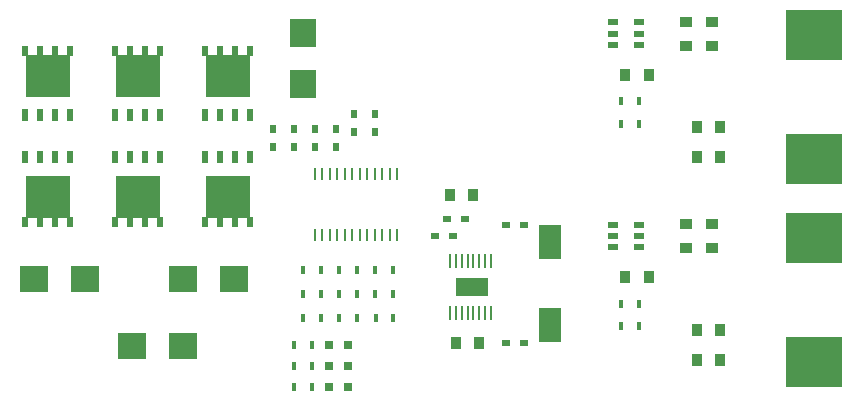
<source format=gbr>
G04 #@! TF.FileFunction,Paste,Top*
%FSLAX46Y46*%
G04 Gerber Fmt 4.6, Leading zero omitted, Abs format (unit mm)*
G04 Created by KiCad (PCBNEW 4.0.7) date Tuesday, March 06, 2018 'PMt' 12:34:16 PM*
%MOMM*%
%LPD*%
G01*
G04 APERTURE LIST*
%ADD10C,0.100000*%
%ADD11R,0.610000X0.660000*%
%ADD12R,0.860000X1.110000*%
%ADD13R,1.110000X0.860000*%
%ADD14R,2.360000X2.160000*%
%ADD15R,2.160000X2.360000*%
%ADD16R,0.660000X0.660000*%
%ADD17R,4.860000X4.360000*%
%ADD18R,0.470000X1.130000*%
%ADD19R,0.470000X0.880000*%
%ADD20R,3.770000X3.670000*%
%ADD21R,0.360000X0.760000*%
%ADD22R,0.260000X1.060000*%
%ADD23R,0.920000X0.510000*%
%ADD24R,0.660000X0.610000*%
%ADD25R,1.860000X2.860000*%
%ADD26R,0.160000X1.260000*%
%ADD27R,2.710000X1.510000*%
G04 APERTURE END LIST*
D10*
D11*
X85344000Y-105422000D03*
X85344000Y-106922000D03*
X86868000Y-104152000D03*
X86868000Y-105652000D03*
X88646000Y-104152000D03*
X88646000Y-105652000D03*
X80010000Y-106922000D03*
X80010000Y-105422000D03*
X81788000Y-106922000D03*
X81788000Y-105422000D03*
X83566000Y-106922000D03*
X83566000Y-105422000D03*
D12*
X109871000Y-100838000D03*
X111871000Y-100838000D03*
D13*
X117221000Y-96345500D03*
X117221000Y-98345500D03*
X114998500Y-96345500D03*
X114998500Y-98345500D03*
D12*
X117903500Y-107823000D03*
X115903500Y-107823000D03*
X117903500Y-105283000D03*
X115903500Y-105283000D03*
X109871000Y-117983000D03*
X111871000Y-117983000D03*
D13*
X117221000Y-113490500D03*
X117221000Y-115490500D03*
X114998500Y-113490500D03*
X114998500Y-115490500D03*
D12*
X117903500Y-122428000D03*
X115903500Y-122428000D03*
X117903500Y-124968000D03*
X115903500Y-124968000D03*
X97500000Y-123500000D03*
X95500000Y-123500000D03*
D14*
X72390000Y-118110000D03*
X76690000Y-118110000D03*
D15*
X82550000Y-97300000D03*
X82550000Y-101600000D03*
D14*
X72390000Y-123825000D03*
X68090000Y-123825000D03*
X64135000Y-118110000D03*
X59835000Y-118110000D03*
D16*
X86398000Y-125476000D03*
X84798000Y-125476000D03*
X86398000Y-123698000D03*
X84798000Y-123698000D03*
D17*
X125793500Y-97493000D03*
X125793500Y-107993000D03*
X125793500Y-114638000D03*
X125793500Y-125138000D03*
D18*
X78105000Y-107820000D03*
X76835000Y-107820000D03*
X75565000Y-107820000D03*
X74295000Y-107820000D03*
D19*
X74295000Y-113285000D03*
X75565000Y-113285000D03*
X76835000Y-113285000D03*
X78105000Y-113285000D03*
D20*
X76200000Y-111180000D03*
D18*
X74295000Y-104270000D03*
X75565000Y-104270000D03*
X76835000Y-104270000D03*
X78105000Y-104270000D03*
D19*
X78105000Y-98805000D03*
X76835000Y-98805000D03*
X75565000Y-98805000D03*
X74295000Y-98805000D03*
D20*
X76200000Y-100910000D03*
D18*
X70485000Y-107820000D03*
X69215000Y-107820000D03*
X67945000Y-107820000D03*
X66675000Y-107820000D03*
D19*
X66675000Y-113285000D03*
X67945000Y-113285000D03*
X69215000Y-113285000D03*
X70485000Y-113285000D03*
D20*
X68580000Y-111180000D03*
D18*
X66675000Y-104270000D03*
X67945000Y-104270000D03*
X69215000Y-104270000D03*
X70485000Y-104270000D03*
D19*
X70485000Y-98805000D03*
X69215000Y-98805000D03*
X67945000Y-98805000D03*
X66675000Y-98805000D03*
D20*
X68580000Y-100910000D03*
D18*
X62865000Y-107820000D03*
X61595000Y-107820000D03*
X60325000Y-107820000D03*
X59055000Y-107820000D03*
D19*
X59055000Y-113285000D03*
X60325000Y-113285000D03*
X61595000Y-113285000D03*
X62865000Y-113285000D03*
D20*
X60960000Y-111180000D03*
D18*
X59055000Y-104270000D03*
X60325000Y-104270000D03*
X61595000Y-104270000D03*
X62865000Y-104270000D03*
D19*
X62865000Y-98805000D03*
X61595000Y-98805000D03*
X60325000Y-98805000D03*
X59055000Y-98805000D03*
D20*
X60960000Y-100910000D03*
D21*
X84062000Y-117348000D03*
X82562000Y-117348000D03*
X85610000Y-117348000D03*
X87110000Y-117348000D03*
X90180000Y-117348000D03*
X88680000Y-117348000D03*
X84062000Y-119380000D03*
X82562000Y-119380000D03*
X85610000Y-119380000D03*
X87110000Y-119380000D03*
X90158000Y-119380000D03*
X88658000Y-119380000D03*
X84062000Y-121412000D03*
X82562000Y-121412000D03*
X85610000Y-121412000D03*
X87110000Y-121412000D03*
X90210000Y-121412000D03*
X88710000Y-121412000D03*
X110986000Y-104965500D03*
X109486000Y-104965500D03*
X109486000Y-103060500D03*
X110986000Y-103060500D03*
X110986000Y-122110500D03*
X109486000Y-122110500D03*
X109486000Y-120205500D03*
X110986000Y-120205500D03*
X83300000Y-127254000D03*
X81800000Y-127254000D03*
X83300000Y-125476000D03*
X81800000Y-125476000D03*
X83300000Y-123698000D03*
X81800000Y-123698000D03*
D22*
X83566000Y-114420000D03*
X84201000Y-114420000D03*
X84836000Y-114420000D03*
X85471000Y-114420000D03*
X86106000Y-114420000D03*
X86741000Y-114420000D03*
X87376000Y-114420000D03*
X88011000Y-114420000D03*
X88646000Y-114420000D03*
X89281000Y-114420000D03*
X89916000Y-114420000D03*
X90551000Y-114420000D03*
X90551000Y-109220000D03*
X89916000Y-109220000D03*
X89281000Y-109220000D03*
X88646000Y-109220000D03*
X88011000Y-109220000D03*
X87376000Y-109220000D03*
X86741000Y-109220000D03*
X86106000Y-109220000D03*
X85471000Y-109220000D03*
X84836000Y-109220000D03*
X84201000Y-109220000D03*
X83566000Y-109220000D03*
D23*
X111018500Y-98295500D03*
X111018500Y-97345500D03*
X111018500Y-96395500D03*
X108818500Y-96395500D03*
X108818500Y-98295500D03*
X108818500Y-97345500D03*
X111018500Y-115440500D03*
X111018500Y-114490500D03*
X111018500Y-113540500D03*
X108818500Y-113540500D03*
X108818500Y-115440500D03*
X108818500Y-114490500D03*
D16*
X86398000Y-127254000D03*
X84798000Y-127254000D03*
D24*
X99750000Y-113500000D03*
X101250000Y-113500000D03*
X99750000Y-123500000D03*
X101250000Y-123500000D03*
D12*
X97000000Y-111000000D03*
X95000000Y-111000000D03*
D24*
X94750000Y-113000000D03*
X96250000Y-113000000D03*
X93750000Y-114500000D03*
X95250000Y-114500000D03*
D25*
X103500000Y-115000000D03*
X103500000Y-122000000D03*
D26*
X98500000Y-116550000D03*
X98000000Y-116550000D03*
X97500000Y-116550000D03*
X97000000Y-116550000D03*
X96500000Y-116550000D03*
X96500000Y-120950000D03*
X97000000Y-120950000D03*
X97500000Y-120950000D03*
X98000000Y-120950000D03*
X98500000Y-120950000D03*
X96000000Y-116550000D03*
X95500000Y-116550000D03*
X95000000Y-116550000D03*
X96000000Y-120950000D03*
X95500000Y-120950000D03*
X95000000Y-120950000D03*
D27*
X96850000Y-118750000D03*
M02*

</source>
